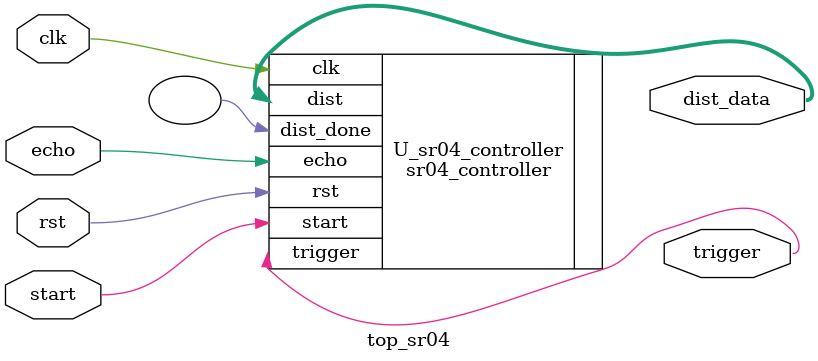
<source format=v>
`timescale 1ns / 1ps

module top_sr04 (
    input        clk,
    input        rst,
    input        start,
    input        echo,
    output       trigger,
    output [9:0] dist_data
);


    sr04_controller U_sr04_controller (
        .clk(clk),
        .rst(rst),
        .start(start),
        .echo(echo),
        .trigger(trigger),
        .dist(dist_data),
        .dist_done()
    );


endmodule



</source>
